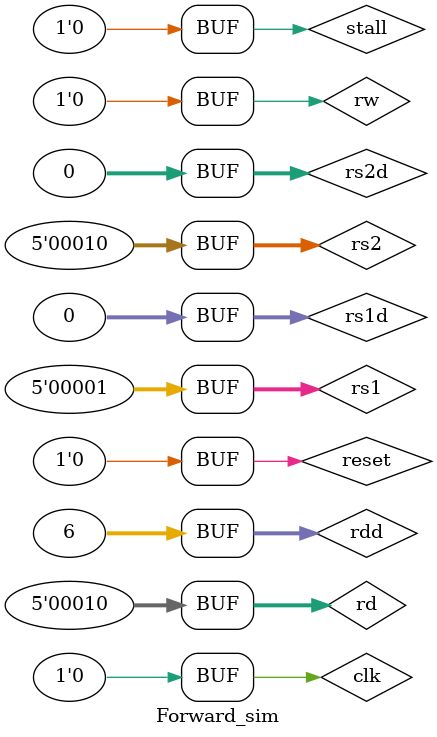
<source format=sv>
`timescale 1ns / 1ps


module Forward_sim(

    );
    logic clk, reset, stall, rw;
    logic [4:0] rs1, rs2, rd;
    logic [31:0] rs1d, rs2d, rdd;
    logic [31:0] f1, f2;
    forward fd(clk, reset, stall, rd, rdd, rw,
                rs1, rs2, rs1d, rs2d, f1, f2);
                
                
    always begin
        clk <= 1; #5; clk <= 0; #5;
    end
    initial begin
        reset <= 1;
        stall <= 0; #10
        reset <= 0;
        #5;
        rs1 <= 5'b00001;
        rs2 <= 5'b00010;
        rd <= 5'b00010;
        rw <= 1;
        rs1d <= 32'b0;
        rs2d <= 32'b0;
        rdd <= 32'b110;
        #30;
        rw <= 0;
        
    end
endmodule

</source>
